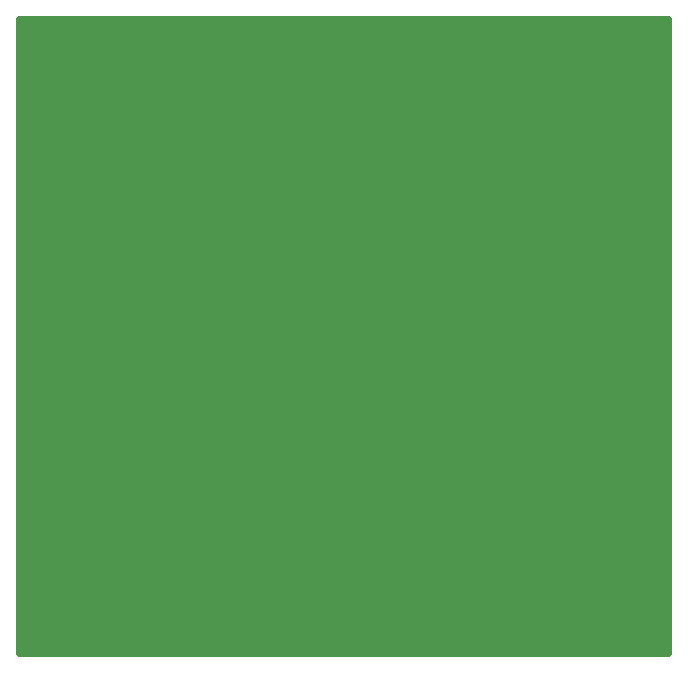
<source format=gbr>
%FSLAX32Y32*%
%MOMM*%
%LNKUPFERSEITE2*%
G71*
G01*
%ADD10C, 0.50*%
%LPD*%
G36*
X0Y5350D02*
X0Y-25D01*
X5500Y-25D01*
X5500Y5350D01*
X0Y5350D01*
G37*
G54D10*
X0Y5350D02*
X0Y-25D01*
X5500Y-25D01*
X5500Y5350D01*
X0Y5350D01*
M02*

</source>
